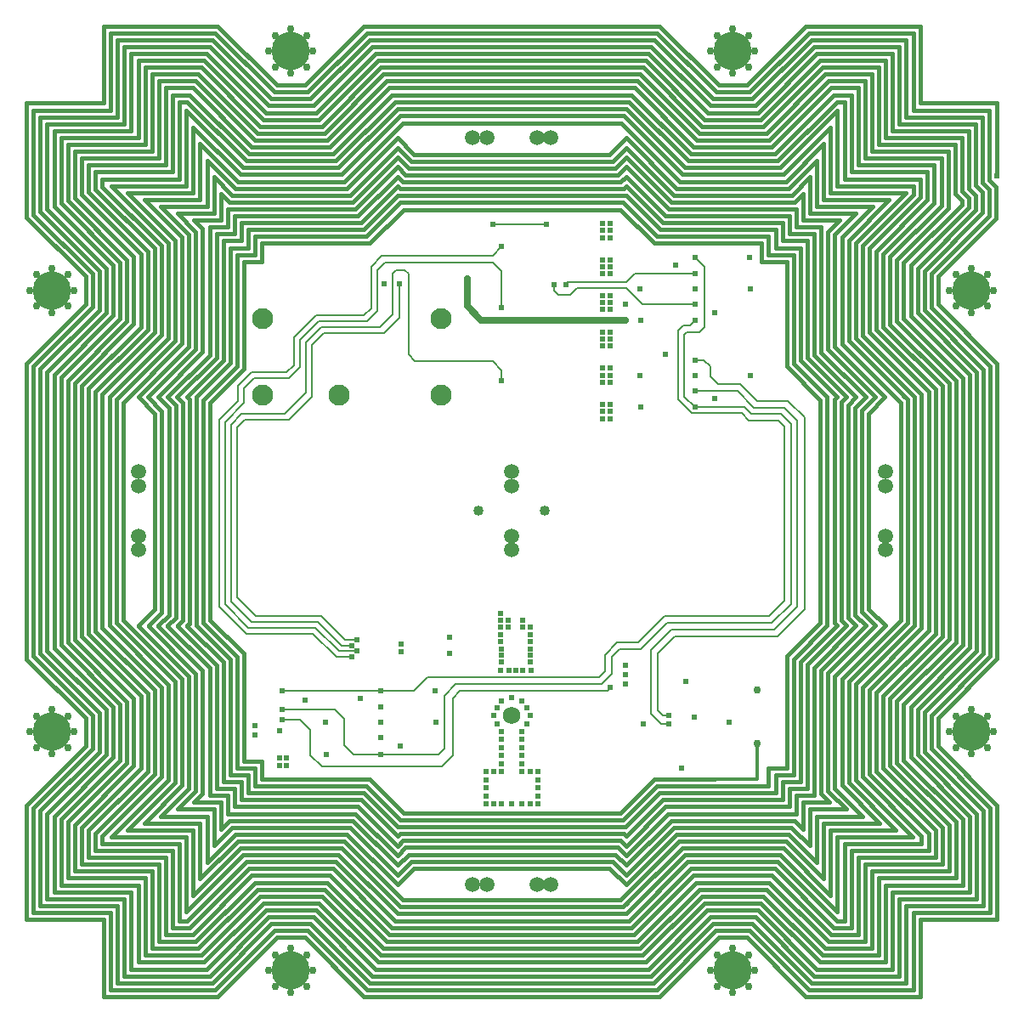
<source format=gbr>
%TF.GenerationSoftware,KiCad,Pcbnew,9.0.1*%
%TF.CreationDate,2025-06-25T17:25:53-04:00*%
%TF.ProjectId,-Z,2d5a2e6b-6963-4616-945f-706362585858,rev?*%
%TF.SameCoordinates,Original*%
%TF.FileFunction,Copper,L4,Inr*%
%TF.FilePolarity,Positive*%
%FSLAX46Y46*%
G04 Gerber Fmt 4.6, Leading zero omitted, Abs format (unit mm)*
G04 Created by KiCad (PCBNEW 9.0.1) date 2025-06-25 17:25:53*
%MOMM*%
%LPD*%
G01*
G04 APERTURE LIST*
%TA.AperFunction,ComponentPad*%
%ADD10C,0.762000*%
%TD*%
%TA.AperFunction,ComponentPad*%
%ADD11C,3.800000*%
%TD*%
%TA.AperFunction,ComponentPad*%
%ADD12C,1.500000*%
%TD*%
%TA.AperFunction,ComponentPad*%
%ADD13C,1.727200*%
%TD*%
%TA.AperFunction,ComponentPad*%
%ADD14C,2.100000*%
%TD*%
%TA.AperFunction,ViaPad*%
%ADD15C,0.609600*%
%TD*%
%TA.AperFunction,ViaPad*%
%ADD16C,1.016000*%
%TD*%
%TA.AperFunction,ViaPad*%
%ADD17C,0.762000*%
%TD*%
%TA.AperFunction,Conductor*%
%ADD18C,0.203200*%
%TD*%
%TA.AperFunction,Conductor*%
%ADD19C,0.635000*%
%TD*%
%TA.AperFunction,Conductor*%
%ADD20C,0.411480*%
%TD*%
%TA.AperFunction,Conductor*%
%ADD21C,0.368300*%
%TD*%
G04 APERTURE END LIST*
D10*
%TO.N,GND*%
%TO.C,H2*%
X144200001Y-145800000D03*
X143555751Y-147355750D03*
X143555751Y-144244250D03*
X142000001Y-148000000D03*
D11*
X142000001Y-145800000D03*
D10*
X142000001Y-143600000D03*
X140444251Y-147355750D03*
X140444251Y-144244250D03*
X139800001Y-145800000D03*
%TD*%
D12*
%TO.N,/Burn Wires/VBURN3*%
%TO.C,JP5*%
X164000001Y-96100000D03*
X164000001Y-97499999D03*
%TO.N,Net-(JP5-B)*%
X164000001Y-102499999D03*
X164000001Y-103899998D03*
%TD*%
D10*
%TO.N,GND*%
%TO.C,H8*%
X212000000Y-121999999D03*
X211355750Y-123555749D03*
X211355750Y-120444249D03*
X209800000Y-124199999D03*
D11*
X209800000Y-121999999D03*
D10*
X209800000Y-119799999D03*
X208244250Y-123555749D03*
X208244250Y-120444249D03*
X207600000Y-121999999D03*
%TD*%
%TO.N,GND*%
%TO.C,H5*%
X144200001Y-54200000D03*
X143555751Y-55755750D03*
X143555751Y-52644250D03*
X142000001Y-56400000D03*
D11*
X142000001Y-54200000D03*
D10*
X142000001Y-52000000D03*
X140444251Y-55755750D03*
X140444251Y-52644250D03*
X139800001Y-54200000D03*
%TD*%
%TO.N,GND*%
%TO.C,H7*%
X212000000Y-78000000D03*
X211355750Y-79555750D03*
X211355750Y-76444250D03*
X209800000Y-80200000D03*
D11*
X209800000Y-78000000D03*
D10*
X209800000Y-75800000D03*
X208244250Y-79555750D03*
X208244250Y-76444250D03*
X207600000Y-78000000D03*
%TD*%
D13*
%TO.N,/Interfaces/GPS*%
%TO.C,AE3*%
X164000000Y-120400000D03*
%TD*%
D12*
%TO.N,/Burn Wires/VBURN1*%
%TO.C,JP1*%
X167900000Y-62789000D03*
X166500001Y-62789000D03*
%TO.N,Net-(JP1-B)*%
X161500001Y-62789000D03*
X160100002Y-62789000D03*
%TD*%
D10*
%TO.N,GND*%
%TO.C,H4*%
X120400001Y-78000000D03*
X119755751Y-79555750D03*
X119755751Y-76444250D03*
X118200001Y-80200000D03*
D11*
X118200001Y-78000000D03*
D10*
X118200001Y-75800000D03*
X116644251Y-79555750D03*
X116644251Y-76444250D03*
X116000001Y-78000000D03*
%TD*%
%TO.N,GND*%
%TO.C,H3*%
X120400001Y-121999999D03*
X119755751Y-123555749D03*
X119755751Y-120444249D03*
X118200001Y-124199999D03*
D11*
X118200001Y-121999999D03*
D10*
X118200001Y-119799999D03*
X116644251Y-123555749D03*
X116644251Y-120444249D03*
X116000001Y-121999999D03*
%TD*%
D12*
%TO.N,Net-(JP3-B)*%
%TO.C,JP4*%
X126789000Y-103899999D03*
X126789000Y-102500000D03*
%TO.N,Net-(JP4-B)*%
X126789000Y-97500000D03*
X126789000Y-96100001D03*
%TD*%
D10*
%TO.N,GND*%
%TO.C,H1*%
X188200000Y-145800000D03*
X187555750Y-147355750D03*
X187555750Y-144244250D03*
X186000000Y-148000000D03*
D11*
X186000000Y-145800000D03*
D10*
X186000000Y-143600000D03*
X184444250Y-147355750D03*
X184444250Y-144244250D03*
X183800000Y-145800000D03*
%TD*%
%TO.N,GND*%
%TO.C,H6*%
X188200000Y-54200000D03*
X187555750Y-55755750D03*
X187555750Y-52644250D03*
X186000000Y-56400000D03*
D11*
X186000000Y-54200000D03*
D10*
X186000000Y-52000000D03*
X184444250Y-55755750D03*
X184444250Y-52644250D03*
X183800000Y-54200000D03*
%TD*%
D14*
%TO.N,/Burn Wires/VBURN_A_IN*%
%TO.C,U2*%
X146793600Y-88417600D03*
%TO.N,GND*%
X139173600Y-80797600D03*
%TO.N,VBATT*%
X139173600Y-88417600D03*
X156953600Y-88417600D03*
%TO.N,Net-(D1-A)*%
X156953600Y-80797600D03*
%TD*%
D12*
%TO.N,/Burn Wires/VBURN2*%
%TO.C,JP3*%
X201211001Y-97500000D03*
X201211001Y-96100001D03*
%TO.N,Net-(JP3-B)*%
X201211001Y-103899999D03*
X201211001Y-102500000D03*
%TD*%
%TO.N,Net-(JP1-B)*%
%TO.C,JP2*%
X161500001Y-137211000D03*
X160100002Y-137211000D03*
%TO.N,Net-(JP2-B)*%
X167900000Y-137211000D03*
X166500001Y-137211000D03*
%TD*%
D15*
%TO.N,GND*%
X161400000Y-128372600D03*
X165100000Y-110900000D03*
X162900000Y-113000000D03*
X163600000Y-111600000D03*
X162200000Y-125972600D03*
X162200000Y-129172600D03*
X165100000Y-115900000D03*
X165000001Y-125972600D03*
X185670201Y-121018798D03*
X165800000Y-125972600D03*
X165500000Y-121200000D03*
X162500000Y-119600000D03*
X163000001Y-121968599D03*
X166600000Y-126772600D03*
X166600000Y-128372600D03*
X164400000Y-115900000D03*
X163000001Y-125171799D03*
X152888399Y-123395400D03*
X163000001Y-125972600D03*
X165000001Y-122769399D03*
X162900000Y-110900000D03*
X164000000Y-118600000D03*
X162925001Y-113756200D03*
X184243801Y-80213400D03*
X165100000Y-111600000D03*
X163000000Y-118900000D03*
X165000001Y-124370999D03*
X165000000Y-118900000D03*
X162900000Y-111600000D03*
X164000000Y-129172600D03*
X161400000Y-125972600D03*
X163600000Y-110900000D03*
X165875001Y-114391200D03*
X165875001Y-115026200D03*
X163000001Y-122769399D03*
X148920200Y-118719600D03*
X165800000Y-112300000D03*
X165800000Y-111600000D03*
X162925001Y-114391200D03*
X165000001Y-121968599D03*
X162200000Y-120400000D03*
X163000001Y-123570199D03*
X166600000Y-127572600D03*
X162925001Y-115026200D03*
X165000001Y-125171799D03*
X161400000Y-127572600D03*
X162900000Y-115900000D03*
X163000000Y-129172600D03*
X162500000Y-121200000D03*
X162900000Y-110200000D03*
X166600000Y-125972600D03*
X165500000Y-119600000D03*
X165000000Y-129172600D03*
X179265400Y-84379000D03*
X165800000Y-120400000D03*
X165000001Y-123570199D03*
X182165000Y-120497799D03*
X163000001Y-124370999D03*
X161400000Y-129172600D03*
X161400000Y-126772600D03*
X165875001Y-113756200D03*
X165900000Y-115900000D03*
X162900000Y-112300000D03*
X163703000Y-115900000D03*
X165800000Y-113000000D03*
X184228800Y-88820999D03*
X165800000Y-129172600D03*
X180281401Y-75514399D03*
X166600000Y-129172600D03*
D16*
%TO.N,Net-(AE1-Pad1)*%
X167300000Y-100000000D03*
%TO.N,Net-(AE2-Pad1)*%
X160700000Y-99999999D03*
D15*
%TO.N,BURN_RELAY_A*%
X148556800Y-112852399D03*
X152798600Y-77380800D03*
%TO.N,SDA*%
X182237201Y-89661200D03*
X182252200Y-74699600D03*
X141114601Y-119796799D03*
X150917600Y-124230600D03*
%TO.N,SCL*%
X150917599Y-117907000D03*
X182252201Y-81023200D03*
X141114601Y-117896800D03*
%TO.N,/Burn Wires/VBURN1*%
X173042401Y-74955600D03*
X173779001Y-74955600D03*
X173779000Y-76378000D03*
X173779001Y-75666799D03*
X173042400Y-76378000D03*
X173042401Y-75666799D03*
%TO.N,/Burn Wires/VBURN2*%
X173042400Y-83566200D03*
X173779001Y-82143800D03*
X173779000Y-83566200D03*
X173042401Y-82143800D03*
X173779001Y-82854999D03*
X173042401Y-82854999D03*
%TO.N,/Burn Wires/VBURN3*%
X173042400Y-90805200D03*
X173042401Y-89382800D03*
X173779000Y-89382799D03*
X173779001Y-90093999D03*
X173779000Y-90805200D03*
X173042401Y-90093999D03*
%TO.N,SCL_M*%
X182237200Y-84987599D03*
X179625001Y-120370803D03*
%TO.N,SDA_M*%
X182237200Y-88011199D03*
X179625001Y-121209000D03*
%TO.N,SCL_IO*%
X150926600Y-119565999D03*
X152925600Y-113258796D03*
%TO.N,BURN_EN1*%
X162984001Y-73660200D03*
X148048800Y-114554200D03*
%TO.N,BURN_EN2*%
X162984001Y-79743000D03*
X148559567Y-113977544D03*
%TO.N,SDA_IO*%
X152925600Y-114020800D03*
X150917599Y-122580599D03*
%TO.N,BURN_EN3*%
X148044222Y-113416236D03*
X162984001Y-86982000D03*
%TO.N,/Light Sensor/LS_3V3*%
X182262601Y-77861400D03*
X187687802Y-74699600D03*
X187750800Y-77861400D03*
X176753600Y-77861399D03*
X159529601Y-76885999D03*
X176816600Y-81023200D03*
X175353801Y-80985701D03*
%TO.N,COIL_DRIVER_EN*%
X141114601Y-120751799D03*
X173812200Y-117589800D03*
%TO.N,/GPIO Expander/GE_3V3*%
X145418999Y-121068800D03*
X157802401Y-114173301D03*
X156416200Y-121068800D03*
X156353200Y-117907000D03*
X150907199Y-121068799D03*
X145482000Y-124230600D03*
%TO.N,/Burn Wires/VBURN_A_IN*%
X151300001Y-77355399D03*
X173779001Y-71348799D03*
X173779000Y-78511599D03*
X173779000Y-87173000D03*
X173779000Y-72771199D03*
X173779001Y-79222800D03*
X173779000Y-79934000D03*
X173042401Y-71348799D03*
X173779001Y-86461800D03*
X173042401Y-86461800D03*
X173042400Y-72060000D03*
X173042401Y-87172999D03*
X173042401Y-79933999D03*
X173779000Y-72060000D03*
X173042400Y-78511599D03*
X173042401Y-72771200D03*
X173779000Y-85750600D03*
X173042400Y-85750600D03*
X173042401Y-79222800D03*
%TO.N,3V3_P*%
X175353801Y-79410698D03*
X138398801Y-122359991D03*
X180945800Y-125590000D03*
X138398801Y-121359989D03*
X177085200Y-121234401D03*
X181340000Y-116992600D03*
X176738601Y-86499399D03*
X140873001Y-121869400D03*
X157802401Y-112598298D03*
X187735801Y-86499399D03*
X143389601Y-118846800D03*
X176801600Y-89661200D03*
X182247600Y-86499399D03*
%TO.N,VBATT_M*%
X175308401Y-116306800D03*
X175308400Y-115375902D03*
X140835201Y-124612600D03*
X175308401Y-117246600D03*
X141546400Y-125323799D03*
X141546400Y-124612600D03*
X140835201Y-125323799D03*
%TO.N,/Light Sensor/I2C Protection/DEVICE*%
X182252201Y-76349600D03*
X169384801Y-77419400D03*
%TO.N,/Light Sensor/I2C Protection1/DEVICE*%
X182252201Y-79373200D03*
X168191001Y-77419400D03*
%TO.N,/Light Sensor/ADDR*%
X162118879Y-71401124D03*
X167454400Y-71399599D03*
D17*
%TO.N,/Coil Driver/coil*%
X188438800Y-123164801D03*
X188438801Y-117830802D03*
D15*
X212285401Y-66599000D03*
%TD*%
D18*
%TO.N,BURN_RELAY_A*%
X145280201Y-82270799D02*
X144061000Y-83490000D01*
X144061000Y-83490000D02*
X144061000Y-88595400D01*
X136593401Y-108585199D02*
X138473001Y-110464800D01*
X137363872Y-90906800D02*
X136593401Y-91677271D01*
X144975401Y-110464800D02*
X147363001Y-112852399D01*
X147363001Y-112852399D02*
X148556800Y-112852399D01*
X144061000Y-88595400D02*
X141749600Y-90906800D01*
X136593401Y-91677271D02*
X136593401Y-108585199D01*
X141749600Y-90906800D02*
X137363872Y-90906800D01*
X152798600Y-80746799D02*
X151274600Y-82270800D01*
X151274600Y-82270800D02*
X145280201Y-82270799D01*
X138473001Y-110464800D02*
X144975401Y-110464800D01*
X152798600Y-77380800D02*
X152798600Y-80746799D01*
%TO.N,SDA*%
X150881200Y-124231600D02*
X150908600Y-124259000D01*
X176852401Y-113792199D02*
X179494001Y-111150600D01*
X189908001Y-111150600D02*
X191787601Y-109271000D01*
X158412200Y-117221000D02*
X172923200Y-117221000D01*
X187850601Y-90348000D02*
X187163800Y-89661200D01*
X150917600Y-124230600D02*
X156711200Y-124230600D01*
X147261401Y-123291800D02*
X148201200Y-124231599D01*
X190822401Y-90348000D02*
X187850601Y-90348000D01*
X147261401Y-120700999D02*
X147261401Y-123291800D01*
X146357200Y-119796798D02*
X147261401Y-120700999D01*
X181195801Y-88619800D02*
X182237201Y-89661200D01*
X172923200Y-117221000D02*
X173939200Y-116205000D01*
X183202400Y-75649800D02*
X183202401Y-81661199D01*
X191787601Y-109271000D02*
X191787601Y-91313200D01*
X181399001Y-82194599D02*
X181195800Y-82397800D01*
X179494001Y-111150600D02*
X189908001Y-111150600D01*
X141114601Y-119796799D02*
X146357200Y-119796798D01*
X181195800Y-82397800D02*
X181195801Y-88619800D01*
X148201200Y-124231599D02*
X150881200Y-124231600D01*
X191787601Y-91313200D02*
X190822401Y-90348000D01*
X187163800Y-89661200D02*
X182237201Y-89661200D01*
X182669001Y-82194600D02*
X181399001Y-82194599D01*
X183202401Y-81661199D02*
X182669001Y-82194600D01*
X182252200Y-74699600D02*
X183202400Y-75649800D01*
X156711200Y-124230600D02*
X157243600Y-123698200D01*
X157243600Y-123698200D02*
X157243600Y-118389600D01*
X157243600Y-118389600D02*
X158412200Y-117221000D01*
X173939200Y-114562899D02*
X174709900Y-113792199D01*
X173939200Y-116205000D02*
X173939200Y-114562899D01*
X174709900Y-113792199D02*
X176852401Y-113792199D01*
%TO.N,SCL*%
X173253400Y-114317800D02*
X174464800Y-113106400D01*
X150917599Y-117907000D02*
X154246401Y-117907000D01*
X181094201Y-81534200D02*
X181741201Y-81534200D01*
X191152600Y-108966200D02*
X191152600Y-91592599D01*
X182252201Y-81023200D02*
X182273000Y-81043999D01*
X181932400Y-90246399D02*
X180586201Y-88900199D01*
X154246401Y-117907000D02*
X155618201Y-116535200D01*
X179189201Y-110464800D02*
X189654001Y-110464800D01*
X187596601Y-90957599D02*
X186885400Y-90246399D01*
X181741201Y-81534200D02*
X182252201Y-81023200D01*
X180586201Y-88900199D02*
X180586201Y-82042200D01*
X172669200Y-116535200D02*
X173253400Y-115951000D01*
X173253400Y-115951000D02*
X173253400Y-114317800D01*
X174464800Y-113106400D02*
X176547600Y-113106400D01*
X155618201Y-116535200D02*
X172669200Y-116535200D01*
X176547600Y-113106400D02*
X179189201Y-110464800D01*
X191152600Y-91592599D02*
X190517601Y-90957599D01*
X180586201Y-82042200D02*
X181094201Y-81534200D01*
X190517601Y-90957599D02*
X187596601Y-90957599D01*
X189654001Y-110464800D02*
X191152600Y-108966200D01*
X141114601Y-117896800D02*
X150870001Y-117896800D01*
X186885400Y-90246399D02*
X181932400Y-90246399D01*
%TO.N,SCL_M*%
X193159200Y-90678199D02*
X193159200Y-109779000D01*
X178554201Y-119900899D02*
X179024103Y-120370802D01*
X183761201Y-86563400D02*
X184548601Y-87350800D01*
X190466801Y-112471400D02*
X180256001Y-112471400D01*
X193159200Y-109779000D02*
X190466801Y-112471400D01*
X179024103Y-120370802D02*
X179625001Y-120370803D01*
X184548601Y-87350800D02*
X186758401Y-87350799D01*
X182237200Y-84987599D02*
X183150601Y-84987599D01*
X180256001Y-112471400D02*
X178554201Y-114173200D01*
X183761201Y-85598199D02*
X183761201Y-86563400D01*
X186758401Y-87350799D02*
X188434801Y-89027199D01*
X178554201Y-114173200D02*
X178554201Y-119900899D01*
X191508201Y-89027199D02*
X193159200Y-90678199D01*
X188434801Y-89027199D02*
X191508201Y-89027199D01*
X183150601Y-84987599D02*
X183761201Y-85598199D01*
%TO.N,SDA_M*%
X192448000Y-109525000D02*
X190162000Y-111810999D01*
X190162000Y-111810999D02*
X179875001Y-111810999D01*
X188130000Y-89687600D02*
X191152600Y-89687600D01*
X186453600Y-88011199D02*
X188130000Y-89687600D01*
X177843001Y-113842999D02*
X177843001Y-120192999D01*
X179875001Y-111810999D02*
X177843001Y-113842999D01*
X182237200Y-88011199D02*
X186453600Y-88011199D01*
X192448000Y-90982999D02*
X192448000Y-109525000D01*
X177843001Y-120192999D02*
X178859002Y-121209000D01*
X191152600Y-89687600D02*
X192448000Y-90982999D01*
X178859002Y-121209000D02*
X179625001Y-121209000D01*
%TO.N,BURN_EN1*%
X149268000Y-80518200D02*
X144467401Y-80518200D01*
X144467401Y-80518200D02*
X142308400Y-82677200D01*
X141571800Y-86182399D02*
X138092001Y-86182399D01*
X136745801Y-89001799D02*
X134840801Y-90906800D01*
X162069600Y-74574600D02*
X151046000Y-74574599D01*
X151046000Y-74574599D02*
X149979200Y-75641399D01*
X134840801Y-90906800D02*
X134840800Y-109525000D01*
X134840800Y-109525000D02*
X137533200Y-112217400D01*
X144162601Y-112217400D02*
X146499400Y-114554200D01*
X146499400Y-114554200D02*
X148048800Y-114554200D01*
X149979200Y-75641399D02*
X149979200Y-79806999D01*
X136745800Y-87528600D02*
X136745801Y-89001799D01*
X142308400Y-82677200D02*
X142308400Y-85445799D01*
X142308400Y-85445799D02*
X141571800Y-86182399D01*
X149979200Y-79806999D02*
X149268000Y-80518200D01*
X137533200Y-112217400D02*
X144162601Y-112217400D01*
X138092001Y-86182399D02*
X136745800Y-87528600D01*
X162984001Y-73660200D02*
X162069600Y-74574600D01*
%TO.N,BURN_EN2*%
X142892601Y-82956599D02*
X144746800Y-81102400D01*
X151350801Y-75235000D02*
X162095001Y-75235000D01*
X141800401Y-86766600D02*
X142892601Y-85674400D01*
X138307900Y-86766600D02*
X141800401Y-86766600D01*
X144416600Y-111633200D02*
X137761801Y-111633200D01*
X149547400Y-81102400D02*
X150563401Y-80086400D01*
X150563401Y-76022400D02*
X151350801Y-75235000D01*
X135425001Y-109296400D02*
X135425000Y-91135399D01*
X137330000Y-87744499D02*
X138307900Y-86766600D01*
X142892601Y-85674400D02*
X142892601Y-82956599D01*
X148559567Y-113977544D02*
X146760946Y-113977545D01*
X162095001Y-75235000D02*
X162984001Y-76123999D01*
X144746800Y-81102400D02*
X149547400Y-81102400D01*
X135425000Y-91135399D02*
X137330000Y-89230399D01*
X162984001Y-76123999D02*
X162984001Y-79743000D01*
X137761801Y-111633200D02*
X135425001Y-109296400D01*
X146760946Y-113977545D02*
X144416600Y-111633200D01*
X150563401Y-80086400D02*
X150563401Y-76022400D01*
X137330000Y-89230399D02*
X137330000Y-87744499D01*
%TO.N,BURN_EN3*%
X136009201Y-108991599D02*
X136009201Y-91389399D01*
X144696000Y-111049000D02*
X138066601Y-111048999D01*
X138066601Y-111048999D02*
X136009201Y-108991599D01*
X153687600Y-84404400D02*
X154348001Y-85064800D01*
X152087400Y-76352600D02*
X152468401Y-75971599D01*
X143476800Y-88214400D02*
X143476800Y-83210600D01*
X152087400Y-80416600D02*
X152087400Y-76352600D01*
X143476800Y-83210600D02*
X145000801Y-81686599D01*
X150817400Y-81686599D02*
X152087400Y-80416600D01*
X148044222Y-113416236D02*
X147063236Y-113416236D01*
X162095000Y-85064800D02*
X162984001Y-85953800D01*
X153332001Y-75971600D02*
X153687600Y-76327200D01*
X152468401Y-75971599D02*
X153332001Y-75971600D01*
X162984001Y-85953800D02*
X162984001Y-86982000D01*
X145000801Y-81686599D02*
X150817400Y-81686599D01*
X154348001Y-85064800D02*
X162095000Y-85064800D01*
X141368600Y-90322600D02*
X143476800Y-88214400D01*
X147063236Y-113416236D02*
X144696000Y-111049000D01*
X136009201Y-91389399D02*
X137076001Y-90322599D01*
X153687600Y-76327200D02*
X153687600Y-84404400D01*
X137076001Y-90322599D02*
X141368600Y-90322600D01*
D19*
%TO.N,/Light Sensor/LS_3V3*%
X159529601Y-79552999D02*
X160962302Y-80985700D01*
X159529601Y-76885999D02*
X159529601Y-79552999D01*
X160962302Y-80985700D02*
X175353801Y-80985701D01*
D18*
%TO.N,COIL_DRIVER_EN*%
X173812200Y-117589800D02*
X173812200Y-117615200D01*
X145051601Y-125425399D02*
X143934001Y-124307799D01*
X173807998Y-117619402D02*
X173800000Y-117619402D01*
X158107201Y-118643600D02*
X158107201Y-124307799D01*
X142918001Y-120751800D02*
X141114601Y-120751799D01*
X158844001Y-117906800D02*
X158107201Y-118643600D01*
X173800000Y-117619402D02*
X173512602Y-117906800D01*
X143934001Y-121767800D02*
X142918001Y-120751800D01*
X143934001Y-124307799D02*
X143934001Y-121767800D01*
X156989600Y-125425400D02*
X145051601Y-125425399D01*
X173812200Y-117615200D02*
X173807998Y-117619402D01*
X173512602Y-117906800D02*
X158844001Y-117906800D01*
X158107201Y-124307799D02*
X156989600Y-125425400D01*
%TO.N,/Light Sensor/I2C Protection/DEVICE*%
X176271201Y-76349599D02*
X182252201Y-76349600D01*
X175404601Y-77216200D02*
X176271201Y-76349599D01*
X169588001Y-77216200D02*
X175404601Y-77216200D01*
X169384801Y-77419400D02*
X169588001Y-77216200D01*
%TO.N,/Light Sensor/I2C Protection1/DEVICE*%
X175404601Y-77800400D02*
X176977400Y-79373200D01*
X176977400Y-79373200D02*
X182252201Y-79373200D01*
X169805487Y-78460800D02*
X170465887Y-77800399D01*
X168191001Y-78029000D02*
X168622800Y-78460800D01*
X170465887Y-77800399D02*
X175404601Y-77800400D01*
X168191001Y-77419400D02*
X168191001Y-78029000D01*
X168622800Y-78460800D02*
X169805487Y-78460800D01*
%TO.N,/Light Sensor/ADDR*%
X162121684Y-71399599D02*
X167454400Y-71399599D01*
X162120159Y-71401124D02*
X162121684Y-71399599D01*
X162118879Y-71401124D02*
X162120159Y-71401124D01*
D20*
%TO.N,/Coil Driver/coil*%
X199944462Y-69646998D02*
X196871062Y-72720398D01*
X201925661Y-137947600D02*
X209621861Y-137947599D01*
X152878260Y-60604600D02*
X147010861Y-66472000D01*
X174290461Y-65836998D02*
X175382661Y-64744800D01*
X179014861Y-128778200D02*
X175382661Y-132410399D01*
X131643861Y-111455400D02*
X131643862Y-111430000D01*
X130196062Y-58521800D02*
X130196062Y-66218000D01*
X134564861Y-127660600D02*
X134564862Y-115341600D01*
X210307662Y-86156999D02*
X204414862Y-80264200D01*
X201595461Y-68961198D02*
X197556862Y-72999800D01*
X176195461Y-142214800D02*
X182088262Y-136322000D01*
X136139661Y-68529399D02*
X147849062Y-68529399D01*
X134564862Y-72390199D02*
X136368262Y-72390200D01*
X175408061Y-67640400D02*
X179040261Y-71272600D01*
X153970461Y-134899599D02*
X152598861Y-136271200D01*
X132329664Y-71018598D02*
X134996662Y-71018599D01*
X194813663Y-71704399D02*
X194813661Y-84175800D01*
X194381862Y-69646999D02*
X199944462Y-69646998D01*
X135682462Y-128346399D02*
X133879061Y-128346399D01*
X199868261Y-135890200D02*
X207564461Y-135890199D01*
X153157661Y-138760400D02*
X147290261Y-132893000D01*
X117013461Y-139319200D02*
X124709662Y-139319199D01*
X203729062Y-75514398D02*
X209520261Y-69723200D01*
X200985863Y-81661199D02*
X200985862Y-74396799D01*
X192324461Y-130149798D02*
X179573662Y-130149798D01*
X208250261Y-130988000D02*
X202357462Y-125095199D01*
X128722861Y-88646200D02*
X128722862Y-88620800D01*
X210993461Y-114173199D02*
X210993462Y-85877600D01*
X135682462Y-69901000D02*
X148407861Y-69901000D01*
X194813662Y-115874999D02*
X194813663Y-128168598D01*
X196185262Y-83616999D02*
X201163661Y-88595400D01*
X145893261Y-63728800D02*
X138095462Y-63728800D01*
X150668461Y-144957999D02*
X154195601Y-144957999D01*
X116327661Y-60045799D02*
X116327661Y-70459799D01*
X153411661Y-66522800D02*
X174569862Y-66522800D01*
X137054061Y-126974800D02*
X135250662Y-126974800D01*
X203932261Y-132461200D02*
X198242661Y-126771600D01*
X183764662Y-140436800D02*
X188235062Y-140436800D01*
X152624262Y-68580200D02*
X175382662Y-68580200D01*
X175941461Y-58521800D02*
X152065462Y-58521800D01*
X134996661Y-129032200D02*
X132329662Y-129032200D01*
X145055062Y-61671400D02*
X138933661Y-61671400D01*
X129764261Y-126771600D02*
X124074662Y-132461199D01*
X205786461Y-76352600D02*
X211577662Y-70561399D01*
X194127862Y-84455200D02*
X198293462Y-88620800D01*
X182393062Y-63042999D02*
X176500262Y-57150200D01*
X174823861Y-138760399D02*
X153157661Y-138760400D01*
X137739863Y-128092399D02*
X137739862Y-126288999D01*
X137536662Y-65100399D02*
X131643862Y-59207599D01*
X132482062Y-142900599D02*
X138374861Y-137007799D01*
X130678661Y-111430000D02*
X131186661Y-110921999D01*
X120442462Y-68783400D02*
X126335263Y-74676198D01*
X119756662Y-130987999D02*
X119756662Y-136575999D01*
X175382662Y-133375599D02*
X174849262Y-132842200D01*
X205100662Y-120065999D02*
X210993461Y-114173199D01*
X195753462Y-68275399D02*
X195753463Y-61747599D01*
X136622262Y-74447599D02*
X138425662Y-74447600D01*
X189581262Y-74447599D02*
X192070461Y-74447599D01*
X149804862Y-73330000D02*
X153183062Y-69951800D01*
X148128463Y-130835599D02*
X135860261Y-130835600D01*
X134996661Y-131699199D02*
X134996661Y-129032200D01*
X175382661Y-64744800D02*
X175408062Y-64744800D01*
X201239861Y-137261800D02*
X208936062Y-137261799D01*
X135936462Y-73761800D02*
X137739861Y-73761800D01*
X119070863Y-62788998D02*
X119070862Y-69342199D01*
X116327661Y-140004999D02*
X124023862Y-140004999D01*
X184602861Y-142494200D02*
X187396862Y-142494200D01*
X198242661Y-126771600D02*
X198242662Y-117272000D01*
X133879061Y-53721199D02*
X125395463Y-53721199D01*
X204821262Y-111430000D02*
X204821262Y-111429999D01*
X133879061Y-84429800D02*
X133879062Y-71704400D01*
X134718926Y-51665464D02*
X123340064Y-51665464D01*
X123185662Y-111683999D02*
X129078462Y-117576800D01*
X197556862Y-83058200D02*
X202901832Y-88403168D01*
X198928463Y-82499398D02*
X198928461Y-73558600D01*
X202357461Y-74955600D02*
X207462861Y-69850200D01*
X124709661Y-147015399D02*
X134158462Y-147015398D01*
X206472261Y-120624800D02*
X212359997Y-114737062D01*
X123592061Y-124256999D02*
X117699261Y-130149798D01*
X198928461Y-117551400D02*
X204821262Y-111658599D01*
X122220462Y-79679999D02*
X116327662Y-85572799D01*
X126792461Y-88646200D02*
X126792462Y-88620800D01*
X147290261Y-132893000D02*
X136698462Y-132892998D01*
X195067662Y-68961199D02*
X201595461Y-68961198D01*
X122906262Y-76073199D02*
X122906262Y-79959400D01*
X197556861Y-127050998D02*
X202281261Y-131775399D01*
X131872462Y-111201400D02*
X131872462Y-88874799D01*
X138425662Y-127406600D02*
X138425662Y-125603199D01*
X182672461Y-62357198D02*
X176779662Y-56464399D01*
X126767061Y-137261800D02*
X126767061Y-144957999D01*
X138425662Y-74447600D02*
X138425661Y-72644199D01*
X140610062Y-57556598D02*
X134718926Y-51665464D01*
X132507461Y-116179800D02*
X127783061Y-111455400D01*
X206091262Y-69291399D02*
X206091261Y-65532199D01*
X202709600Y-110874661D02*
X196871063Y-116713199D01*
X145334461Y-62357198D02*
X138654262Y-62357198D01*
X179294262Y-129463999D02*
X175382662Y-133375599D01*
X206777062Y-69570800D02*
X206777062Y-64846399D01*
X150109661Y-146329600D02*
X177871862Y-146329600D01*
X197810861Y-141529000D02*
X197810861Y-133832800D01*
X180157861Y-68529400D02*
X191892662Y-68529399D01*
X173731662Y-64465399D02*
X175382662Y-62814399D01*
X199258661Y-88620800D02*
X198166462Y-89712999D01*
X132761463Y-56464399D02*
X128138662Y-56464400D01*
X208250261Y-86995200D02*
X202357461Y-81102400D01*
X196871063Y-127330399D02*
X200630262Y-131089599D01*
X126792462Y-88620800D02*
X131821661Y-83591599D01*
X178481461Y-72644199D02*
X189581261Y-72644200D01*
X205100661Y-79984800D02*
X205100661Y-76073200D01*
X131135862Y-83312199D02*
X131135862Y-72720400D01*
X208936061Y-130708599D02*
X203043262Y-124815800D01*
X175128662Y-67894400D02*
X175382662Y-67640400D01*
X153281201Y-55778599D02*
X150947862Y-55778600D01*
X129713461Y-111455400D02*
X129713462Y-111430000D01*
X126081262Y-145643800D02*
X133599661Y-145643800D01*
X174798462Y-130099000D02*
X153183062Y-130099000D01*
X129078462Y-117576800D02*
X129078462Y-126492200D01*
X196363061Y-140843199D02*
X197125062Y-140843199D01*
X126767062Y-62763598D02*
X126741662Y-62788998D01*
X152598861Y-133375599D02*
X148687261Y-129463999D01*
X139771863Y-59613999D02*
X133879061Y-53721199D01*
X153103401Y-56464398D02*
X151227261Y-56464400D01*
X200985862Y-74396799D02*
X206091262Y-69291399D01*
X210307663Y-138633399D02*
X210307663Y-130149799D01*
X205507061Y-132105600D02*
X199614261Y-126212799D01*
X117699262Y-113919200D02*
X123592062Y-119811999D01*
X195499462Y-116154400D02*
X195499462Y-127889199D01*
X128722862Y-88620800D02*
X133193262Y-84150400D01*
X130196062Y-66218000D02*
X122499861Y-66217999D01*
X133244062Y-88925598D02*
X136622263Y-85547398D01*
X175382662Y-140132000D02*
X181250062Y-134264600D01*
X135860263Y-69215198D02*
X148128463Y-69215199D01*
X125649461Y-118973799D02*
X125649462Y-125095199D01*
X124277863Y-119532599D02*
X124277862Y-124536399D01*
X197328261Y-129717999D02*
X193696061Y-129718000D01*
X140610062Y-142494200D02*
X143378662Y-142494200D01*
X137739862Y-71958400D02*
X149246062Y-71958400D01*
X196871062Y-83337600D02*
X202709600Y-89176138D01*
X152874800Y-57150200D02*
X151506662Y-57150200D01*
X131923261Y-141529000D02*
X137816062Y-135636199D01*
X120442461Y-64160599D02*
X120442462Y-68783400D01*
X199614261Y-126212799D02*
X199614261Y-117830800D01*
X193442062Y-84734600D02*
X197328261Y-88620800D01*
X132202662Y-57835998D02*
X129510263Y-57835999D01*
X178735462Y-128092399D02*
X175357262Y-131470599D01*
X206878662Y-110871200D02*
X206878663Y-110871199D01*
X195499462Y-127889199D02*
X197328261Y-129717999D01*
X151506661Y-142900599D02*
X176474862Y-142900599D01*
X203395401Y-88896737D02*
X203395401Y-111154060D01*
X193696062Y-70332799D02*
X198293461Y-70332799D01*
X194737462Y-88925599D02*
X194737461Y-111125200D01*
X122220463Y-76352598D02*
X122220462Y-79679999D01*
X177338461Y-55092800D02*
X153611401Y-55092799D01*
X131186662Y-89179600D02*
X130653261Y-88646200D01*
X179319662Y-70586799D02*
X191638661Y-70586800D01*
X131872462Y-88874799D02*
X131618461Y-88620800D01*
X178456061Y-52349598D02*
X149550862Y-52349599D01*
X128138662Y-143586400D02*
X132761463Y-143586399D01*
X133929861Y-110845799D02*
X133929862Y-89205000D01*
X125254032Y-88228831D02*
X124862062Y-88620800D01*
X152878263Y-139446200D02*
X152343132Y-138911068D01*
X179040261Y-71272600D02*
X190952861Y-71272599D01*
X144216861Y-140436800D02*
X150109661Y-146329600D01*
X194813663Y-128168598D02*
X195677261Y-129032200D01*
X195804262Y-142214798D02*
X198496662Y-142214800D01*
X154249863Y-135585399D02*
X152598862Y-137236400D01*
X129078462Y-82473998D02*
X123185661Y-88366800D01*
X202901832Y-88403168D02*
X203119461Y-88620800D01*
X204659937Y-148385334D02*
X204659937Y-140685336D01*
X150109662Y-53721199D02*
X144216861Y-59613998D01*
X198242662Y-73279199D02*
X203246462Y-68275399D01*
X189632062Y-63042999D02*
X182393062Y-63042999D01*
X204414861Y-124256999D02*
X204414862Y-119786598D01*
X200985862Y-118389598D02*
X206878662Y-112496799D01*
X116327661Y-114478000D02*
X122220461Y-120370800D01*
X152598862Y-62814398D02*
X154249862Y-64465398D01*
X139492462Y-139750998D02*
X144496262Y-139750998D01*
X128392662Y-82194600D02*
X122499861Y-88087399D01*
X190190861Y-64414598D02*
X181834262Y-64414600D01*
X128748261Y-111430000D02*
X129815061Y-110363200D01*
X120442461Y-135890199D02*
X128138662Y-135890199D01*
X174849262Y-132842200D02*
X153132261Y-132842200D01*
X175382662Y-65710000D02*
X175408061Y-65710000D01*
X126767061Y-144957999D02*
X133320262Y-144958000D01*
X193696063Y-133350198D02*
X191867263Y-131521398D01*
X175609530Y-138939930D02*
X175382661Y-139166800D01*
X145613861Y-137007799D02*
X151506661Y-142900599D01*
X117013463Y-114198599D02*
X122906262Y-120091398D01*
X194127861Y-128346399D02*
X192324462Y-128346400D01*
X189352662Y-137693599D02*
X195245462Y-143586400D01*
X211577663Y-67970598D02*
X210891862Y-67284800D01*
X135250662Y-73076000D02*
X137054061Y-73076000D01*
X138933661Y-61671400D02*
X133040861Y-55778599D01*
X191638661Y-127660600D02*
X191638662Y-129463999D01*
X209520263Y-68808799D02*
X208834462Y-68122998D01*
X184348861Y-58242400D02*
X178456061Y-52349598D01*
X189581261Y-72644200D02*
X189581262Y-74447599D01*
X181250062Y-134264600D02*
X190749661Y-134264600D01*
X133879061Y-128346399D02*
X133879062Y-115620999D01*
X126081262Y-62103200D02*
X118385061Y-62103199D01*
X138654262Y-62357198D02*
X132761463Y-56464399D01*
X190267062Y-73761799D02*
X192756263Y-73761799D01*
X192756262Y-126974800D02*
X190952861Y-126974800D01*
X194127861Y-72390199D02*
X194127862Y-84455200D01*
X210993462Y-139319199D02*
X210993462Y-129870400D01*
X152065462Y-58521800D02*
X146172662Y-64414598D01*
X152598862Y-63779599D02*
X153970462Y-65151200D01*
X132253462Y-131775399D02*
X132253462Y-138303200D01*
X175571430Y-138012830D02*
X174823861Y-138760399D01*
X123340065Y-148385335D02*
X134718925Y-148385335D01*
X146172663Y-135636199D02*
X152065462Y-141529000D01*
X130196062Y-141529000D02*
X131923261Y-141529000D01*
X173731662Y-135585400D02*
X154249863Y-135585399D01*
X175379201Y-142214799D02*
X176195461Y-142214800D01*
X179878462Y-69215198D02*
X192172061Y-69215199D01*
X147010861Y-66472000D02*
X136977862Y-66472000D01*
X123340065Y-59365463D02*
X115640065Y-59365462D01*
X135682461Y-71704400D02*
X135682462Y-69901000D01*
X150389063Y-145643799D02*
X177592461Y-145643800D01*
X195753462Y-138303200D02*
X191029061Y-133578799D01*
X175382661Y-66675200D02*
X175408062Y-66675200D01*
X195524862Y-142900600D02*
X199182462Y-142900599D01*
X178456061Y-127406599D02*
X175077861Y-130784800D01*
X121814062Y-134518598D02*
X129510263Y-134518598D01*
X132253462Y-61747598D02*
X132253462Y-68275400D01*
X129688061Y-88620800D02*
X133879061Y-84429800D01*
X175103263Y-69265999D02*
X178481461Y-72644199D01*
X204821262Y-132384999D02*
X198928463Y-126492198D01*
X197125061Y-59207599D02*
X196363062Y-59207600D01*
X212359998Y-129319234D02*
X206472262Y-123431498D01*
X196109061Y-88874799D02*
X196109062Y-111176000D01*
X212359997Y-140685336D02*
X212359998Y-129319234D01*
X202611462Y-61417399D02*
X202611461Y-53721199D01*
X193442062Y-115316199D02*
X193442062Y-127660599D01*
X133320262Y-144958000D02*
X139213062Y-139065200D01*
X127376661Y-131089600D02*
X131135862Y-127330398D01*
X199538061Y-90271799D02*
X199538062Y-109779000D01*
X136622261Y-114503400D02*
X133244062Y-111125200D01*
X195423262Y-111404599D02*
X192070462Y-114757399D01*
X127757662Y-88646200D02*
X127757661Y-88620800D01*
X212285401Y-59365463D02*
X204699726Y-59365463D01*
X200300061Y-81940599D02*
X200300062Y-74117400D01*
X137739862Y-126288999D02*
X135936461Y-126288999D01*
X131643863Y-140843199D02*
X137536661Y-134950400D01*
X136698462Y-132892998D02*
X132939262Y-136652199D01*
X205100661Y-76073200D02*
X210891861Y-70281999D01*
X182926462Y-138379399D02*
X189073261Y-138379400D01*
X182088262Y-136322000D02*
X189911462Y-136322000D01*
X134996661Y-68351599D02*
X135860263Y-69215198D01*
X204659937Y-59325675D02*
X204659937Y-51665464D01*
X194381861Y-130403799D02*
X194381862Y-135001199D01*
X175382661Y-135306000D02*
X174290461Y-134213800D01*
X196083661Y-58521800D02*
X190190861Y-64414598D01*
X203043262Y-124815800D02*
X203043261Y-119227800D01*
X127706862Y-125933400D02*
X121814062Y-131826200D01*
X206472262Y-123431498D02*
X206472261Y-120624800D01*
X195245462Y-143586400D02*
X199868261Y-143586400D01*
X129510261Y-65532200D02*
X121814062Y-65532200D01*
X176754262Y-143586400D02*
X182647061Y-137693599D01*
X206192862Y-131826199D02*
X200300062Y-125933400D01*
X211577663Y-60045798D02*
X203983062Y-60045799D01*
X139111461Y-124917400D02*
X137308062Y-124917400D01*
X152624261Y-131470599D02*
X149246063Y-128092399D01*
X146731462Y-134264599D02*
X152598863Y-140132000D01*
X152598861Y-65710000D02*
X153411661Y-66522800D01*
X199868262Y-64160599D02*
X199868261Y-56464400D01*
X190190861Y-135636199D02*
X196083661Y-141529000D01*
X137257261Y-65786200D02*
X131567661Y-60096600D01*
X138425661Y-72644199D02*
X149525461Y-72644199D01*
X196794862Y-89154199D02*
X196794861Y-110896600D01*
X125395463Y-138633398D02*
X125395462Y-146329599D01*
X206192862Y-87833399D02*
X200300061Y-81940599D01*
X153183062Y-69951800D02*
X174823862Y-69951800D01*
X136368262Y-129464000D02*
X136368262Y-127660599D01*
X189073261Y-138379400D02*
X194966061Y-144272200D01*
X193442062Y-73076000D02*
X193442062Y-84734600D01*
X150947862Y-144272199D02*
X153941600Y-144272199D01*
X187955661Y-58928199D02*
X184069462Y-58928198D01*
X210891862Y-60731599D02*
X203297263Y-60731598D01*
X140051262Y-58928199D02*
X134158462Y-53035400D01*
X121814062Y-65532200D02*
X121814062Y-68224598D01*
X129027661Y-130403799D02*
X131821661Y-127609799D01*
X203246462Y-68275399D02*
X195753462Y-68275399D01*
X126054131Y-111656869D02*
X125265001Y-110867739D01*
X193010261Y-129032200D02*
X193010262Y-131699198D01*
X189606662Y-125603199D02*
X189581262Y-125628598D01*
X205405462Y-66217999D02*
X197810862Y-66217999D01*
X130196062Y-133832799D02*
X130196062Y-141529000D01*
X127376663Y-68961198D02*
X132939262Y-68961199D01*
X195499462Y-83896398D02*
X200223862Y-88620800D01*
X128392661Y-73838000D02*
X128392662Y-82194600D01*
X152903662Y-130784800D02*
X149525461Y-127406599D01*
X132253462Y-68275400D02*
X125725661Y-68275399D01*
X128748262Y-111455400D02*
X128748261Y-111430000D01*
X189911462Y-136322000D02*
X195804262Y-142214798D01*
X125649462Y-125095199D02*
X119756662Y-130987999D01*
X118385061Y-62103199D02*
X118385061Y-69621598D01*
X179853061Y-130835598D02*
X175382661Y-135306000D01*
X136139661Y-131521399D02*
X134310864Y-133350198D01*
X127757661Y-88620800D02*
X132507462Y-83870999D01*
X117699262Y-138633399D02*
X125395463Y-138633398D01*
X199614261Y-117830800D02*
X205507061Y-111937999D01*
X175128662Y-60604600D02*
X152878260Y-60604600D01*
X130500863Y-89458999D02*
X129688062Y-88646200D01*
X174011063Y-65151199D02*
X175382662Y-63779598D01*
X195245462Y-56464400D02*
X189352662Y-62357200D01*
X196642464Y-71018598D02*
X195499461Y-72161600D01*
X153611401Y-55092799D02*
X150668461Y-55092798D01*
X126817861Y-111430000D02*
X128443462Y-109804399D01*
X192070461Y-126288999D02*
X190267062Y-126289000D01*
X131923261Y-58521800D02*
X130196062Y-58521800D01*
X204719662Y-66903799D02*
X197125062Y-66903799D01*
X181529461Y-134950400D02*
X190470261Y-134950399D01*
X210891861Y-68249999D02*
X210206061Y-67564199D01*
X153970462Y-65151200D02*
X174011063Y-65151199D01*
X203043263Y-80822998D02*
X203043263Y-75234999D01*
X134564862Y-115341600D02*
X130678662Y-111455400D01*
X119756662Y-136575999D02*
X127452863Y-136575998D01*
X133625062Y-130403799D02*
X129027661Y-130403799D01*
X153941600Y-144272199D02*
X175379201Y-144272200D01*
X194127862Y-115595600D02*
X194127861Y-128346399D01*
X143378662Y-142494200D02*
X149269798Y-148385335D01*
X136419062Y-67843600D02*
X147569662Y-67843600D01*
X210206061Y-67564199D02*
X210206061Y-61417399D01*
X126335261Y-118694400D02*
X126335263Y-125374599D01*
X122499862Y-111963398D02*
X128392663Y-117856199D01*
X183205861Y-139065200D02*
X188793861Y-139065199D01*
X134996662Y-71018599D02*
X134996661Y-68351599D01*
X117699261Y-86131599D02*
X117699262Y-113919200D01*
X210206061Y-61417399D02*
X202611462Y-61417399D01*
X147569662Y-67843600D02*
X152598862Y-62814398D01*
X122220461Y-120370800D02*
X122220461Y-123698200D01*
X126081262Y-54407000D02*
X126081262Y-62103200D01*
X178430662Y-147701200D02*
X184323463Y-141808399D01*
X121128262Y-87528600D02*
X121128263Y-112522199D01*
X121128263Y-64846398D02*
X121128261Y-68504000D01*
X134310864Y-133350198D02*
X134310862Y-129717999D01*
X128443461Y-90297200D02*
X126792461Y-88646200D01*
X182647061Y-137693599D02*
X189352662Y-137693599D01*
X131567661Y-60096600D02*
X131567661Y-67589600D01*
X152598862Y-137236400D02*
X147569662Y-132207200D01*
X148128463Y-69215199D02*
X152598862Y-64744800D01*
X193569062Y-52349599D02*
X187676261Y-58242400D01*
X191892662Y-68529399D02*
X193696062Y-66726000D01*
X175382662Y-134340798D02*
X174569862Y-133527998D01*
X116327661Y-70459799D02*
X122220463Y-76352598D01*
X212263461Y-70840800D02*
X212263461Y-67691199D01*
X197556862Y-72999800D02*
X197556862Y-83058200D01*
X127783061Y-111455400D02*
X127783062Y-111430000D01*
X129078461Y-73558599D02*
X129078462Y-82473998D01*
X133320262Y-55092799D02*
X126767061Y-55092798D01*
X201163661Y-88646200D02*
X199538061Y-90271799D01*
X198242662Y-117272000D02*
X204084662Y-111430000D01*
X135936461Y-126288999D02*
X135936461Y-114782799D01*
X149830262Y-53035400D02*
X143937463Y-58928199D01*
X201239861Y-55092800D02*
X194686661Y-55092800D01*
X208250262Y-113055599D02*
X208250261Y-86995200D01*
X199614262Y-82219999D02*
X199614262Y-73837999D01*
X137257261Y-134264600D02*
X146731462Y-134264599D01*
X128824461Y-135204400D02*
X128824461Y-142900599D01*
X178151262Y-147015399D02*
X184044061Y-141122599D01*
X129129262Y-110083800D02*
X129129262Y-90017798D01*
X203729061Y-80543600D02*
X203729062Y-75514398D01*
X195067661Y-63398598D02*
X195067662Y-68961199D01*
X212359997Y-114737062D02*
X212359998Y-85313735D01*
X200300062Y-74117400D02*
X205405461Y-69011999D01*
X133599661Y-145643800D02*
X139492462Y-139750998D01*
X129510263Y-57835999D02*
X129510261Y-65532200D01*
X180691262Y-132893000D02*
X175571430Y-138012830D01*
X204084662Y-88620800D02*
X198242661Y-82778799D01*
X115640064Y-85307896D02*
X115640064Y-114742902D01*
X198496661Y-134518599D02*
X206192863Y-134518599D01*
X174849262Y-67208598D02*
X175382661Y-66675200D01*
X152598862Y-64744800D02*
X153691062Y-65836998D01*
X149269798Y-148385335D02*
X178711726Y-148385334D01*
X126767061Y-55092798D02*
X126767062Y-62763598D01*
X206091261Y-65532199D02*
X198496662Y-65532199D01*
X209520262Y-62103199D02*
X201925662Y-62103199D01*
X201163661Y-88595400D02*
X201163661Y-88646200D01*
X196871062Y-72720398D02*
X196871062Y-83337600D01*
X206878662Y-88849400D02*
X206878662Y-87553999D01*
X208148661Y-63474799D02*
X200554062Y-63474799D01*
X204821262Y-111658599D02*
X204821262Y-111430000D01*
X131643862Y-111430000D02*
X131872462Y-111201400D01*
X210993462Y-129870400D02*
X205100663Y-123977598D01*
X124074662Y-132461199D02*
X131567663Y-132461198D01*
X152598862Y-135306000D02*
X148128463Y-130835599D01*
X211577663Y-67005399D02*
X211577663Y-60045798D01*
X198852263Y-89992399D02*
X198852262Y-110058398D01*
X144496262Y-60299800D02*
X139492462Y-60299800D01*
X134310862Y-129717999D02*
X130678663Y-129717997D01*
X182113662Y-63728800D02*
X176220863Y-57835999D01*
X175382662Y-136271200D02*
X174011062Y-134899599D01*
X139213061Y-60985599D02*
X133320262Y-55092799D01*
X194127862Y-146329600D02*
X202611462Y-146329600D01*
X137054061Y-73076000D02*
X137054061Y-71272599D01*
X200554062Y-144272200D02*
X200554061Y-136576000D01*
X148687262Y-70586800D02*
X152598862Y-66675200D01*
X200300062Y-125933400D02*
X200300061Y-118110199D01*
X119756662Y-63474800D02*
X119756661Y-69062800D01*
X200223862Y-111430000D02*
X195499462Y-116154400D01*
X134718925Y-148385335D02*
X140610062Y-142494200D01*
X124579201Y-111147139D02*
X130450062Y-117017999D01*
X127021062Y-118414999D02*
X127021062Y-125653999D01*
X144216861Y-59613998D02*
X139771863Y-59613999D01*
X136368262Y-127660599D02*
X134564861Y-127660600D01*
X201189061Y-111430000D02*
X196185261Y-116433800D01*
X129764262Y-73279199D02*
X129764262Y-82753399D01*
X175077861Y-130784800D02*
X152903662Y-130784800D01*
X174011062Y-134899599D02*
X153970461Y-134899599D01*
X190267062Y-126289000D02*
X190267061Y-128092398D01*
X204659937Y-51665464D02*
X193287998Y-51665464D01*
X120442462Y-131267398D02*
X120442461Y-135890199D01*
X183510662Y-60299798D02*
X177617862Y-54407000D01*
X203983061Y-147701200D02*
X203983061Y-140005000D01*
X130450062Y-117017999D02*
X130450063Y-127050999D01*
X197125061Y-133147000D02*
X204821262Y-133146999D01*
X193696062Y-66726000D02*
X193696062Y-70332799D01*
X140051261Y-141122599D02*
X143937462Y-141122599D01*
X143378662Y-57556598D02*
X140610062Y-57556598D01*
X138425662Y-125603199D02*
X136622261Y-125603200D01*
X135682463Y-130149799D02*
X135682462Y-128346399D01*
X128443462Y-109804399D02*
X128443461Y-90297200D01*
X193010262Y-68376998D02*
X193010262Y-71018599D01*
X129815061Y-110363200D02*
X129815062Y-89738399D01*
X152065462Y-141529000D02*
X175916062Y-141529000D01*
X174337799Y-56464398D02*
X153103401Y-56464398D01*
X146452062Y-134950400D02*
X152344862Y-140843199D01*
X130450062Y-72999800D02*
X130450061Y-83032800D01*
X191613261Y-67843600D02*
X194381862Y-65074998D01*
X174569862Y-66522800D02*
X175382662Y-65710000D01*
X211679262Y-140004998D02*
X211679262Y-129590998D01*
X149550861Y-147701200D02*
X178430662Y-147701200D01*
X180132461Y-131521400D02*
X175382662Y-136271200D01*
X207564461Y-112776199D02*
X207564462Y-87274600D01*
X119070863Y-86690398D02*
X119070863Y-109499598D01*
X188895461Y-73329999D02*
X188895461Y-75133400D01*
X181275461Y-65786200D02*
X175408062Y-59918799D01*
X123185661Y-133147000D02*
X130881861Y-133147000D01*
X131567663Y-132461198D02*
X131567663Y-139954198D01*
X204033861Y-67589599D02*
X196439262Y-67589599D01*
X121128261Y-68504000D02*
X127021062Y-74396800D01*
X177313063Y-144957999D02*
X183205861Y-139065200D01*
X121814062Y-112242800D02*
X127706861Y-118135599D01*
X195753463Y-61747599D02*
X191029062Y-66472000D01*
X189581262Y-127406599D02*
X178456061Y-127406599D01*
X152598862Y-59918799D02*
X146731462Y-65786199D01*
X146452061Y-65100399D02*
X137536662Y-65100399D01*
X128138662Y-64160600D02*
X120442461Y-64160599D01*
X199182462Y-64846399D02*
X199182461Y-57150200D01*
X202709600Y-89176138D02*
X202709600Y-110874661D01*
X151227261Y-143586400D02*
X176754262Y-143586400D01*
X138374862Y-63043000D02*
X132482061Y-57150200D01*
X188895461Y-75133400D02*
X191384662Y-75133400D01*
X121534662Y-76631998D02*
X121534661Y-79413299D01*
X205786462Y-123698199D02*
X205786462Y-120345400D01*
X191029062Y-66472000D02*
X180996062Y-66471999D01*
X194407262Y-145643799D02*
X201925661Y-145643800D01*
X125254032Y-88228831D02*
X124579201Y-88903662D01*
X151786062Y-142214800D02*
X175379200Y-142214800D01*
X201671662Y-74676200D02*
X206777062Y-69570800D01*
X137308062Y-75133400D02*
X139111461Y-75133400D01*
X192756263Y-73761799D02*
X192756263Y-85013998D01*
X195524862Y-57150199D02*
X189632062Y-63042999D01*
X134437862Y-147701200D02*
X140330661Y-141808399D01*
X130450063Y-127050999D02*
X125725662Y-131775400D01*
X117013463Y-129870399D02*
X117013461Y-139319200D01*
X132939261Y-131089600D02*
X127376661Y-131089600D01*
X147290262Y-67157799D02*
X153132261Y-61315800D01*
X128824461Y-142900599D02*
X132482062Y-142900599D01*
X118385062Y-130429199D02*
X118385061Y-137947599D01*
X180437262Y-67843600D02*
X191613261Y-67843600D01*
X200223862Y-88620800D02*
X198852263Y-89992399D01*
X200554062Y-63474799D02*
X200554062Y-55778598D01*
X145893261Y-136322000D02*
X151786062Y-142214800D01*
X127706862Y-74117400D02*
X127706861Y-81915199D01*
X124277863Y-75514399D02*
X124277863Y-80518199D01*
X134564863Y-84709199D02*
X134564862Y-72390199D01*
X206192863Y-111201399D02*
X206192862Y-87833399D01*
X175303001Y-57835999D02*
X175303000Y-57835999D01*
X153132261Y-132842200D02*
X152598861Y-133375599D01*
X206192863Y-134518599D02*
X206192862Y-131826199D01*
X132558262Y-111404600D02*
X132558262Y-88646200D01*
X188793861Y-60985599D02*
X183231261Y-60985600D01*
X175916062Y-141529000D02*
X181808861Y-135636199D01*
X194127861Y-53721199D02*
X188235061Y-59613998D01*
X192172061Y-69215199D02*
X193010262Y-68376998D01*
X153691062Y-134213800D02*
X152598862Y-135306000D01*
X194381862Y-135001199D02*
X191587862Y-132207200D01*
X130881861Y-133147000D02*
X130881861Y-140843199D01*
X190267062Y-71958400D02*
X190267062Y-73761799D01*
X121814062Y-111150599D02*
X121814062Y-112242800D01*
X199258661Y-111430000D02*
X194813662Y-115874999D01*
X130500863Y-110642599D02*
X130500863Y-89458999D01*
X212285401Y-66599000D02*
X212285401Y-59365463D01*
X184193001Y-126720800D02*
X178176663Y-126720799D01*
X133193262Y-71882199D02*
X132329664Y-71018598D01*
X139111462Y-126720800D02*
X139111461Y-124917400D01*
X200630262Y-131089599D02*
X195067661Y-131089600D01*
X151786062Y-57835998D02*
X145893261Y-63728800D01*
X149525461Y-72644199D02*
X152903662Y-69265998D01*
X117699262Y-69901000D02*
X123592062Y-75793800D01*
X192324462Y-69901000D02*
X192324462Y-71704399D01*
X197556862Y-116992598D02*
X197556861Y-127050998D01*
X122499861Y-133832799D02*
X130196062Y-133832799D01*
X209621862Y-130429199D02*
X203729062Y-124536400D01*
X130653262Y-88620800D02*
X134564863Y-84709199D01*
X127452862Y-144272199D02*
X133040861Y-144272199D01*
X191384662Y-85572798D02*
X194737462Y-88925599D01*
X137054061Y-71272599D02*
X148966662Y-71272599D01*
X190749661Y-65786200D02*
X181275461Y-65786200D01*
X134437862Y-52349598D02*
X124023864Y-52349598D01*
X145055062Y-138379400D02*
X150947862Y-144272199D01*
X178760862Y-71958400D02*
X190267062Y-71958400D01*
X129027662Y-69646999D02*
X133625061Y-69647000D01*
X117013463Y-60731598D02*
X117013463Y-70180399D01*
X187676263Y-141808398D02*
X193569061Y-147701200D01*
X198293462Y-88620800D02*
X197480662Y-89433600D01*
X131821662Y-116459200D02*
X126817862Y-111455400D01*
X125649461Y-74955600D02*
X125649462Y-81077000D01*
X127452863Y-55778599D02*
X127452861Y-63474800D01*
X128392662Y-126212799D02*
X122499861Y-132105600D01*
X125265001Y-110867739D02*
X125265000Y-89183061D01*
X201239862Y-62788999D02*
X201239861Y-55092800D01*
X194381862Y-65074998D02*
X194381862Y-69646999D01*
X135250662Y-126974800D02*
X135250662Y-115062200D01*
X203297263Y-60731598D02*
X203297261Y-53035400D01*
X195677261Y-129032200D02*
X193010261Y-129032200D01*
X201925661Y-54407000D02*
X194407262Y-54406999D01*
X196109062Y-111176000D02*
X196363062Y-111430000D01*
X119756662Y-86969800D02*
X119756661Y-113080999D01*
X206878663Y-110871199D02*
X206878662Y-88849400D01*
X152598862Y-134340799D02*
X148407862Y-130149799D01*
X195067662Y-136652199D02*
X191308462Y-132893000D01*
X205507061Y-88112799D02*
X199614262Y-82219999D01*
X175408062Y-66675200D02*
X179319662Y-70586799D01*
X201671662Y-118669000D02*
X207564461Y-112776199D01*
X175609530Y-138939930D02*
X175103260Y-139446200D01*
X207564462Y-131267398D02*
X201671662Y-125374598D01*
X125395463Y-53721199D02*
X125395461Y-61417400D01*
X126081262Y-137947599D02*
X126081262Y-145643800D01*
X178176663Y-126720799D02*
X174798462Y-130099000D01*
X190470261Y-65100400D02*
X181554861Y-65100399D01*
X175408061Y-65710000D02*
X179599061Y-69901000D01*
X152852862Y-132156399D02*
X152598862Y-132410399D01*
X184044061Y-141122599D02*
X187955661Y-141122599D01*
X132939262Y-68961199D02*
X132939261Y-63398598D01*
X202611461Y-138633400D02*
X210307663Y-138633399D01*
X129688062Y-88646200D02*
X129688061Y-88620800D01*
X128138662Y-135890199D02*
X128138662Y-143586400D01*
X153691062Y-65836998D02*
X174290461Y-65836998D01*
X188235061Y-59613998D02*
X183790062Y-59613999D01*
X136698463Y-67157799D02*
X147290262Y-67157799D01*
X121128262Y-131546799D02*
X121128261Y-135204400D01*
X125395461Y-61417400D02*
X117699262Y-61417400D01*
X196363062Y-111430000D02*
X192756263Y-115036797D01*
X206878662Y-112496799D02*
X206878662Y-110871200D01*
X131821661Y-83591599D02*
X131821661Y-72440999D01*
X189632061Y-137007800D02*
X195524862Y-142900600D01*
X180996062Y-66471999D02*
X175128662Y-60604600D01*
X175408062Y-59918799D02*
X152598862Y-59918799D01*
X198928461Y-73558600D02*
X204033861Y-68453200D01*
X124023862Y-140004999D02*
X124023862Y-147701200D01*
X131186661Y-110921999D02*
X131186662Y-89179600D01*
X204414862Y-119786598D02*
X210307663Y-113893799D01*
X190952861Y-73076000D02*
X193442062Y-73076000D01*
X134158462Y-53035400D02*
X124709661Y-53035398D01*
X121128261Y-135204400D02*
X128824461Y-135204400D01*
X197810862Y-66217999D02*
X197810861Y-58521800D01*
X184628263Y-57556599D02*
X178737126Y-51665463D01*
X134310862Y-70332800D02*
X134310862Y-66700599D01*
X139111461Y-73329999D02*
X149804862Y-73330000D01*
X127452863Y-136575998D02*
X127452862Y-144272199D01*
X131643862Y-59207599D02*
X130881861Y-59207599D01*
X139111461Y-75133400D02*
X139111461Y-73329999D01*
X193696061Y-129718000D02*
X193696063Y-133350198D01*
X125725662Y-131775400D02*
X132253462Y-131775399D01*
X143937463Y-58928199D02*
X140051262Y-58928199D01*
X150947862Y-55778600D02*
X145055062Y-61671400D01*
X131567661Y-67589600D02*
X124074661Y-67589600D01*
X200554062Y-55778598D02*
X194966063Y-55778598D01*
X132329662Y-129032200D02*
X133193261Y-128168600D01*
X183231261Y-60985600D02*
X177338461Y-55092800D01*
X121814062Y-87807999D02*
X121814062Y-88849400D01*
X117699261Y-130149798D02*
X117699262Y-138633399D01*
X129129262Y-90017798D02*
X127757662Y-88646200D01*
X123896862Y-111429999D02*
X129764261Y-117297399D01*
X187396863Y-57556599D02*
X184628263Y-57556599D01*
X211679262Y-114452600D02*
X211679261Y-85598199D01*
X153132262Y-67208599D02*
X174849262Y-67208598D01*
X129713462Y-111430000D02*
X130500863Y-110642599D01*
X152598862Y-132410399D02*
X148966661Y-128778200D01*
X136419062Y-132207200D02*
X133625061Y-135001200D01*
X139213062Y-139065200D02*
X144775661Y-139065200D01*
X192070461Y-74447599D02*
X192070461Y-85293398D01*
X123185662Y-88646200D02*
X123185662Y-111683999D01*
X184069462Y-58928198D02*
X178176663Y-53035399D01*
X196363062Y-59207600D02*
X190470261Y-65100400D01*
X189073261Y-61671400D02*
X182951862Y-61671400D01*
X127452861Y-63474800D02*
X119756662Y-63474800D01*
X133929862Y-89205000D02*
X137308062Y-85826800D01*
X121534662Y-123418800D02*
X115640065Y-129313397D01*
X118385062Y-86411000D02*
X118385062Y-113639798D01*
X147569662Y-132207200D02*
X136419062Y-132207200D01*
X129764261Y-117297399D02*
X129764261Y-126771600D01*
X204414862Y-80264200D02*
X204414862Y-75793800D01*
X132482061Y-57150200D02*
X128824461Y-57150198D01*
X119756661Y-113080999D02*
X125649461Y-118973799D01*
X201925661Y-145643800D02*
X201925661Y-137947600D01*
X117013463Y-85852199D02*
X117013463Y-114198599D01*
X175636661Y-140843199D02*
X181529461Y-134950400D01*
X174823862Y-69951800D02*
X178202062Y-73329999D01*
X194686661Y-55092800D02*
X188793861Y-60985599D01*
X188514463Y-139750999D02*
X194407262Y-145643799D01*
X210891861Y-70281999D02*
X210891861Y-68249999D01*
X202357462Y-118948399D02*
X208250262Y-113055599D01*
X209621862Y-113614399D02*
X209621861Y-86436400D01*
X135860261Y-130835600D02*
X134996661Y-131699199D01*
X209520261Y-69723200D02*
X209520263Y-68808799D01*
X199868261Y-143586400D02*
X199868261Y-135890200D01*
X120442462Y-112801599D02*
X126335261Y-118694400D01*
X175382661Y-137236400D02*
X173731662Y-135585400D01*
X152598861Y-67640400D02*
X152852861Y-67894400D01*
X204821262Y-111429999D02*
X204821262Y-88392200D01*
X206878662Y-87553999D02*
X200985863Y-81661199D01*
X209621861Y-86436400D02*
X203729061Y-80543600D01*
X193848463Y-147015399D02*
X203297263Y-147015398D01*
X133244062Y-111125200D02*
X133244062Y-88925598D01*
X134310862Y-66700599D02*
X136139661Y-68529399D01*
X124709662Y-139319199D02*
X124709661Y-147015399D01*
X140330661Y-141808399D02*
X143658062Y-141808400D01*
X145613862Y-63043000D02*
X138374862Y-63043000D01*
X211679261Y-85598199D02*
X205786461Y-79705399D01*
X123185662Y-67665800D02*
X129078461Y-73558599D01*
X149804862Y-126720799D02*
X139111462Y-126720800D01*
X189911462Y-63728800D02*
X182113662Y-63728800D01*
X146731462Y-65786199D02*
X137257261Y-65786200D01*
X175303000Y-57835999D02*
X151786062Y-57835998D01*
X180970662Y-133578798D02*
X175609530Y-138939930D01*
X130450061Y-83032800D02*
X125254032Y-88228831D01*
X208936062Y-137261799D02*
X208936061Y-130708599D01*
X152598862Y-66675200D02*
X153132262Y-67208599D01*
X129815062Y-89738399D02*
X128722861Y-88646200D01*
X123340064Y-51665464D02*
X123340065Y-59365463D01*
X129510263Y-142214799D02*
X132202662Y-142214800D01*
X207564461Y-135890199D02*
X207564462Y-131267398D01*
X205507061Y-111937999D02*
X205507061Y-88112799D01*
X202357462Y-125095199D02*
X202357462Y-118948399D01*
X195423262Y-88646199D02*
X195423262Y-111404599D01*
X132507463Y-72161598D02*
X130678663Y-70332798D01*
X152344861Y-59207600D02*
X146452061Y-65100399D01*
X132761463Y-143586399D02*
X138654263Y-137693599D01*
X208834462Y-69443800D02*
X208834461Y-69088200D01*
X175128662Y-132156400D02*
X152852862Y-132156399D01*
X207462861Y-69850200D02*
X207462862Y-64160599D01*
X133879062Y-115620999D02*
X129713461Y-111455400D01*
X191638662Y-72390199D02*
X194127861Y-72390199D01*
X149550862Y-52349599D02*
X143658062Y-58242399D01*
X151506662Y-57150200D02*
X145613862Y-63043000D01*
D21*
X188438800Y-123164801D02*
X188438800Y-126720800D01*
D20*
X191587862Y-132207200D02*
X180411861Y-132207200D01*
X135250662Y-115062200D02*
X131643861Y-111455400D01*
X123185661Y-88366800D02*
X123185662Y-88646200D01*
X148407862Y-130149799D02*
X135682463Y-130149799D01*
X122906264Y-123977598D02*
X117013463Y-129870399D01*
X211577662Y-70561399D02*
X211577663Y-67970598D01*
X203729062Y-124536400D02*
X203729062Y-119507199D01*
X119070861Y-130708600D02*
X119070861Y-137261800D01*
X203395401Y-111154060D02*
X197556862Y-116992598D01*
X175328401Y-59207599D02*
X152344861Y-59207600D01*
X206878662Y-135204399D02*
X206878662Y-131546800D01*
X115640064Y-114742902D02*
X121534661Y-120637499D01*
X211679262Y-129590998D02*
X205786462Y-123698199D01*
X189581262Y-125628598D02*
X189581262Y-127406599D01*
X198166462Y-89712999D02*
X198166461Y-110337800D01*
X182367662Y-137007799D02*
X189632061Y-137007800D01*
X124277863Y-80518199D02*
X118385062Y-86411000D01*
X203043261Y-119227800D02*
X208936062Y-113335000D01*
X137816061Y-64414600D02*
X131923261Y-58521800D01*
X177871862Y-146329600D02*
X183764662Y-140436800D01*
X124709662Y-60731599D02*
X117013463Y-60731598D01*
X203043263Y-75234999D02*
X208834462Y-69443800D01*
X175357262Y-131470599D02*
X152624261Y-131470599D01*
X195753461Y-131775400D02*
X195753462Y-138303200D01*
X122220461Y-123698200D02*
X116327661Y-129590999D01*
X175328401Y-57150198D02*
X152874802Y-57150198D01*
X193848463Y-53035399D02*
X187955661Y-58928199D01*
X119756661Y-69062800D02*
X125649461Y-74955600D01*
X192756263Y-85013998D02*
X196363062Y-88620800D01*
X147849062Y-68529399D02*
X152598862Y-63779599D01*
X126335263Y-74676198D02*
X126335261Y-81356400D01*
X138654263Y-137693599D02*
X145334462Y-137693599D01*
X150389062Y-54407000D02*
X144496262Y-60299800D01*
X206192861Y-112217400D02*
X206192863Y-111201399D01*
X175382662Y-68580200D02*
X178760862Y-71958400D01*
X204821262Y-88392200D02*
X198928463Y-82499398D01*
X150668461Y-55092798D02*
X144775662Y-60985599D01*
X139771862Y-140436800D02*
X144216861Y-140436800D01*
X199182461Y-135204400D02*
X206878662Y-135204399D01*
X129078462Y-126492200D02*
X123185663Y-132384999D01*
X204699726Y-59365463D02*
X204659937Y-59325675D01*
X119070861Y-137261800D02*
X126767061Y-137261800D01*
X119070862Y-69342199D02*
X124963662Y-75234998D01*
X175379201Y-144272200D02*
X177033662Y-144272199D01*
X133040861Y-144272199D02*
X138933661Y-138379400D01*
X123185663Y-66903798D02*
X123185662Y-67665800D01*
X178176663Y-53035399D02*
X149830262Y-53035400D01*
X205100663Y-123977598D02*
X205100662Y-120065999D01*
X196363062Y-88620800D02*
X196109061Y-88874799D01*
X196794861Y-110896600D02*
X197328261Y-111430000D01*
X204659937Y-140685336D02*
X212359997Y-140685336D01*
X194966063Y-55778598D02*
X189073261Y-61671400D01*
X198496662Y-65532199D02*
X198496662Y-57835998D01*
X136368261Y-70586799D02*
X148687262Y-70586800D01*
X197125062Y-66903799D02*
X197125061Y-59207599D01*
X196439261Y-132461199D02*
X203932261Y-132461200D01*
X124579201Y-88903662D02*
X124579201Y-111147139D01*
X175382662Y-62814399D02*
X175408061Y-62814399D01*
X121534661Y-120637499D02*
X121534662Y-123418800D01*
X131618461Y-88620800D02*
X135250661Y-84988599D01*
X124023864Y-52349598D02*
X124023861Y-60045800D01*
X197480662Y-110617198D02*
X198293462Y-111430000D01*
X205786461Y-79705399D02*
X205786461Y-76352600D01*
X210993462Y-85877600D02*
X205100661Y-79984800D01*
X208834461Y-69088200D02*
X208148661Y-68402400D01*
X122499861Y-132105600D02*
X122499861Y-133832799D01*
X146172662Y-64414598D02*
X137816061Y-64414600D01*
X194737461Y-111125200D02*
X191384662Y-114478000D01*
X132939261Y-63398598D02*
X136698463Y-67157799D01*
X138095462Y-136322000D02*
X145893261Y-136322000D01*
X202901832Y-88403168D02*
X203395401Y-88896737D01*
X117013463Y-70180399D02*
X122906262Y-76073199D01*
X132558262Y-88646200D02*
X135936462Y-85268000D01*
X181554861Y-65100399D02*
X175662061Y-59207599D01*
X207462862Y-64160599D02*
X199868262Y-64160599D01*
X191638662Y-129463999D02*
X179294262Y-129463999D01*
X125649462Y-81077000D02*
X119756662Y-86969800D01*
X194407262Y-54406999D02*
X188514462Y-60299798D01*
X143658062Y-58242399D02*
X140330661Y-58242398D01*
X192324462Y-128346400D02*
X192324461Y-130149798D01*
X134158462Y-147015398D02*
X140051261Y-141122599D01*
X148687261Y-129463999D02*
X136368262Y-129464000D01*
X198496662Y-142214800D02*
X198496661Y-134518599D01*
X199614262Y-73837999D02*
X204719662Y-68732599D01*
X119070863Y-109499598D02*
X119070861Y-113360400D01*
X194966061Y-144272200D02*
X200554062Y-144272200D01*
X127021062Y-81635800D02*
X121128262Y-87528600D01*
X201671662Y-125374598D02*
X201671662Y-118669000D01*
X191308462Y-67157798D02*
X195067661Y-63398598D01*
X190952861Y-71272599D02*
X190952861Y-73076000D01*
X153132261Y-61315800D02*
X174874663Y-61315800D01*
X200985861Y-125654000D02*
X200985862Y-118389598D01*
X154195601Y-144957999D02*
X177313063Y-144957999D01*
X133625061Y-69647000D02*
X133625062Y-65049599D01*
X177059062Y-55778599D02*
X153281201Y-55778599D01*
X133193262Y-84150400D02*
X133193262Y-71882199D01*
X136368262Y-72390200D02*
X136368261Y-70586799D01*
X198242661Y-82778799D02*
X198242662Y-73279199D01*
X206878662Y-131546800D02*
X200985861Y-125654000D01*
X174874663Y-61315800D02*
X180716661Y-67157799D01*
X197480662Y-89433600D02*
X197480662Y-110617198D01*
X175382661Y-132410399D02*
X175128662Y-132156400D01*
X179573662Y-130149798D02*
X175382662Y-134340798D01*
X135936461Y-114782799D02*
X132558262Y-111404600D01*
X193010262Y-71018599D02*
X196642464Y-71018598D01*
X131135861Y-116738600D02*
X126054131Y-111656869D01*
X118385062Y-113639798D02*
X124277863Y-119532599D01*
X190952861Y-126974800D02*
X190952862Y-128778200D01*
X152852861Y-67894400D02*
X175128662Y-67894400D01*
X137816062Y-135636199D02*
X146172663Y-135636199D01*
X192756263Y-115036797D02*
X192756262Y-126974800D01*
X198293461Y-70332799D02*
X196185261Y-72440999D01*
X204821262Y-133146999D02*
X204821262Y-132384999D01*
X124963662Y-119253200D02*
X124963662Y-124815800D01*
X126335261Y-81356400D02*
X120442461Y-87249198D01*
X153411663Y-133527998D02*
X152598862Y-134340799D01*
X175408061Y-62814399D02*
X180437262Y-67843600D01*
X121814062Y-88849400D02*
X121814062Y-111150599D01*
X208834462Y-62788999D02*
X201239862Y-62788999D01*
X130881861Y-140843199D02*
X131643863Y-140843199D01*
X130678663Y-70332798D02*
X134310862Y-70332800D01*
X143658062Y-141808400D02*
X149550861Y-147701200D01*
X133193261Y-128168600D02*
X133193262Y-115900398D01*
X175382662Y-67640400D02*
X175408061Y-67640400D01*
X130678663Y-129717997D02*
X132507461Y-127889200D01*
X131135862Y-127330398D02*
X131135861Y-116738600D01*
X121814062Y-68224598D02*
X127706862Y-74117400D01*
X199182461Y-57150200D02*
X195524862Y-57150199D01*
X193287998Y-51665464D02*
X187396863Y-57556599D01*
X193442062Y-127660599D02*
X191638661Y-127660600D01*
X143937462Y-141122599D02*
X149830262Y-147015398D01*
X127783062Y-111430000D02*
X129129262Y-110083800D01*
X204719662Y-68732599D02*
X204719662Y-66903799D01*
X129510263Y-134518598D02*
X129510263Y-142214799D01*
X208936062Y-86715798D02*
X203043263Y-80822998D01*
X119070861Y-113360400D02*
X124963662Y-119253200D01*
X210891862Y-67284800D02*
X210891862Y-60731599D01*
X126335263Y-125374599D02*
X120442462Y-131267398D01*
X210307663Y-113893799D02*
X210307662Y-86156999D01*
X207564462Y-87274600D02*
X201671662Y-81381800D01*
X122499862Y-67945199D02*
X128392661Y-73838000D01*
X196185261Y-116433800D02*
X196185262Y-127609800D01*
X131567663Y-139954198D02*
X137257261Y-134264600D01*
X202611461Y-53721199D02*
X194127861Y-53721199D01*
X132939262Y-136652199D02*
X132939261Y-131089600D01*
X210206063Y-70002599D02*
X210206061Y-68529400D01*
X152903662Y-69265998D02*
X175103263Y-69265999D01*
X174569862Y-133527998D02*
X153411663Y-133527998D01*
X203297261Y-139319200D02*
X210993462Y-139319199D01*
X191638661Y-70586800D02*
X191638662Y-72390199D01*
X176779662Y-56464399D02*
X174337801Y-56464400D01*
X130881862Y-66903799D02*
X123185663Y-66903798D01*
X190749661Y-134264600D02*
X196439262Y-139954200D01*
X176500262Y-57150200D02*
X175328401Y-57150198D01*
X191029061Y-133578799D02*
X180970662Y-133578798D01*
X176474862Y-142900599D02*
X182367662Y-137007799D01*
X124963662Y-124815800D02*
X119070861Y-130708600D01*
X133193262Y-115900398D02*
X128748262Y-111455400D01*
X135936462Y-85268000D02*
X135936462Y-73761800D01*
X126741662Y-62788998D02*
X119070863Y-62788998D01*
X131821661Y-127609799D02*
X131821662Y-116459200D01*
X177033662Y-144272199D02*
X182926462Y-138379399D01*
X191384662Y-125603199D02*
X189606662Y-125603199D01*
X198852262Y-110058398D02*
X200223862Y-111430000D01*
X198166461Y-110337800D02*
X199258661Y-111430000D01*
X137739861Y-73761800D02*
X137739862Y-71958400D01*
X130881861Y-59207599D02*
X130881862Y-66903799D01*
X139492462Y-60299800D02*
X133599661Y-54407000D01*
X182951862Y-61671400D02*
X177059062Y-55778599D01*
X137308061Y-114223998D02*
X133929861Y-110845799D01*
X124074661Y-67589600D02*
X129764262Y-73279199D01*
X198496662Y-57835998D02*
X195804263Y-57835999D01*
X132253462Y-138303200D02*
X136977861Y-133578799D01*
X152598861Y-136271200D02*
X147849062Y-131521400D01*
X123340064Y-140685336D02*
X123340065Y-148385335D01*
X132507461Y-127889200D02*
X132507461Y-116179800D01*
X123592062Y-119811999D02*
X123592061Y-124256999D01*
X125725661Y-68275399D02*
X130450062Y-72999800D01*
X122499861Y-88087399D02*
X122499862Y-111963398D01*
X130653261Y-88646200D02*
X130653262Y-88620800D01*
X210307663Y-130149799D02*
X204414861Y-124256999D01*
X196439262Y-139954200D02*
X196439261Y-132461199D01*
X176220863Y-57835999D02*
X175303001Y-57835999D01*
X191384662Y-75133400D02*
X191384662Y-85572798D01*
X187396862Y-142494200D02*
X193287997Y-148385335D01*
X208250263Y-136575999D02*
X208250261Y-130988000D01*
X206472262Y-79425999D02*
X206472261Y-76631997D01*
X115640064Y-70737402D02*
X121534662Y-76631998D01*
X118385061Y-69621598D02*
X124277863Y-75514399D01*
X152874802Y-57150198D02*
X152874800Y-57150200D01*
X203983061Y-140005000D02*
X211679262Y-140004998D01*
X175382662Y-63779598D02*
X175408062Y-63779599D01*
X197810861Y-133832800D02*
X205507061Y-133832799D01*
X120442461Y-87249198D02*
X120442462Y-112801599D01*
X174290461Y-134213800D02*
X153691062Y-134213800D01*
X203729062Y-119507199D02*
X209621862Y-113614399D01*
X196185262Y-127609800D02*
X198979262Y-130403799D01*
X147010862Y-133578799D02*
X152343132Y-138911068D01*
X203297263Y-147015398D02*
X203297261Y-139319200D01*
X144496262Y-139750998D02*
X150389063Y-145643799D01*
X138095462Y-63728800D02*
X132202662Y-57835998D01*
X132507462Y-83870999D02*
X132507463Y-72161598D01*
X188235062Y-140436800D02*
X194127862Y-146329600D01*
X133625061Y-135001200D02*
X133625062Y-130403799D01*
X138374861Y-137007799D02*
X145613861Y-137007799D01*
X196185261Y-72440999D02*
X196185262Y-83616999D01*
X181834262Y-64414600D02*
X175941461Y-58521800D01*
X189352662Y-62357200D02*
X182672461Y-62357198D01*
X205405461Y-69011999D02*
X205405462Y-66217999D01*
X127021062Y-125653999D02*
X121128262Y-131546799D01*
X192324462Y-71704399D02*
X194813663Y-71704399D01*
X208834462Y-68122998D02*
X208834462Y-62788999D01*
X201671662Y-81381800D02*
X201671662Y-74676200D01*
X115640065Y-129313397D02*
X115640065Y-140685336D01*
X125395462Y-146329599D02*
X133879062Y-146329600D01*
X179599061Y-69901000D02*
X192324462Y-69901000D01*
X175379200Y-142214800D02*
X175379201Y-142214799D01*
X145334462Y-137693599D02*
X151227261Y-143586400D01*
X137308062Y-85826800D02*
X137308062Y-75133400D01*
X149246063Y-128092399D02*
X137739863Y-128092399D01*
X196439262Y-67589599D02*
X196439261Y-60096599D01*
X191384662Y-114478000D02*
X191384662Y-125603199D01*
X201239862Y-144957999D02*
X201239861Y-137261800D01*
X202281261Y-131775399D02*
X195753461Y-131775400D01*
X199868261Y-56464400D02*
X195245462Y-56464400D01*
X181808861Y-135636199D02*
X190190861Y-135636199D01*
X174337801Y-56464400D02*
X174337799Y-56464398D01*
X136622263Y-85547398D02*
X136622262Y-74447599D01*
X190952862Y-128778200D02*
X179014861Y-128778200D01*
X195067661Y-131089600D02*
X195067662Y-136652199D01*
X177897262Y-53721200D02*
X150109662Y-53721199D01*
X133599661Y-54407000D02*
X126081262Y-54407000D01*
X208936062Y-113335000D02*
X208936062Y-86715798D01*
X152598862Y-139166800D02*
X152343132Y-138911068D01*
X137536661Y-134950400D02*
X146452062Y-134950400D01*
X137054062Y-128778200D02*
X137054061Y-126974800D01*
X209520261Y-67843600D02*
X209520262Y-62103199D01*
X192070461Y-85293398D02*
X195423262Y-88646199D01*
X149525461Y-127406599D02*
X138425662Y-127406600D01*
X193010262Y-131699198D02*
X192146661Y-130835598D01*
X203983062Y-60045799D02*
X203983063Y-52349598D01*
X212359998Y-85313735D02*
X206472262Y-79425999D01*
X129764262Y-82753399D02*
X123896862Y-88620799D01*
X203297261Y-53035400D02*
X193848463Y-53035399D01*
X124277862Y-124536399D02*
X118385062Y-130429199D01*
X197328261Y-88620800D02*
X196794862Y-89154199D01*
X194686662Y-144957999D02*
X201239862Y-144957999D01*
X130678662Y-111455400D02*
X130678661Y-111430000D01*
X116327662Y-85572799D02*
X116327661Y-114478000D01*
X177617862Y-54407000D02*
X150389062Y-54407000D01*
X175662061Y-59207599D02*
X175328401Y-59207599D01*
X124023862Y-147701200D02*
X134437862Y-147701200D01*
X202611462Y-146329600D02*
X202611461Y-138633400D01*
X183790062Y-59613999D02*
X177897262Y-53721200D01*
X121128263Y-112522199D02*
X127021062Y-118414999D01*
X192146661Y-130835598D02*
X179853061Y-130835598D01*
X122906262Y-120091398D02*
X122906264Y-123977598D01*
X148407861Y-69901000D02*
X152598861Y-65710000D01*
X193287997Y-148385335D02*
X204659937Y-148385334D01*
X175408062Y-63779599D02*
X180157861Y-68529400D01*
X202357461Y-81102400D02*
X202357461Y-74955600D01*
X208148661Y-68402400D02*
X208148661Y-63474799D01*
X178737126Y-51665463D02*
X149269797Y-51665464D01*
X152598863Y-140132000D02*
X175382662Y-140132000D01*
X151227261Y-56464400D02*
X145334461Y-62357198D01*
X187955661Y-141122599D02*
X193848463Y-147015399D01*
X198928463Y-126492198D02*
X198928461Y-117551400D01*
X136977861Y-133578799D02*
X147010862Y-133578799D01*
X190470261Y-134950399D02*
X196363061Y-140843199D01*
X184323463Y-141808399D02*
X187676263Y-141808398D01*
X175408062Y-64744800D02*
X179878462Y-69215198D01*
X204414862Y-75793800D02*
X210206063Y-70002599D01*
X153183062Y-130099000D02*
X149804862Y-126720799D01*
X123592062Y-75793800D02*
X123592061Y-80238800D01*
X144775661Y-139065200D02*
X150668461Y-144957999D01*
X124963662Y-75234998D02*
X124963662Y-80797598D01*
X149830262Y-147015398D02*
X178151262Y-147015399D01*
X123592061Y-80238800D02*
X117699261Y-86131599D01*
X197810861Y-58521800D02*
X196083661Y-58521800D01*
X149269797Y-51665464D02*
X143378662Y-57556598D01*
X148966662Y-71272599D02*
X152598861Y-67640400D01*
X201925662Y-62103199D02*
X201925661Y-54407000D01*
X206777062Y-64846399D02*
X199182462Y-64846399D01*
X199538062Y-109779000D02*
X201189061Y-111430000D01*
X123896862Y-88620799D02*
X123896862Y-111429999D01*
X122906262Y-79959400D02*
X117013463Y-85852199D01*
X131135862Y-72720400D02*
X127376663Y-68961198D01*
X210206061Y-68529400D02*
X209520261Y-67843600D01*
X206472261Y-76631997D02*
X212263461Y-70840800D01*
X133879062Y-146329600D02*
X139771862Y-140436800D01*
X149246062Y-71958400D02*
X152624262Y-68580200D01*
X188514462Y-60299798D02*
X183510662Y-60299798D01*
X118385061Y-137947599D02*
X126081262Y-137947599D01*
X198979262Y-130403799D02*
X194381861Y-130403799D01*
X205507061Y-133832799D02*
X205507061Y-132105600D01*
X178202062Y-73329999D02*
X188895461Y-73329999D01*
X197125062Y-140843199D02*
X197125061Y-133147000D01*
X137308062Y-124917400D02*
X137308061Y-114223998D01*
X192070462Y-114757399D02*
X192070461Y-126288999D01*
X127706861Y-81915199D02*
X121814062Y-87807999D01*
X180411861Y-132207200D02*
X175382661Y-137236400D01*
X128824462Y-64846399D02*
X121128263Y-64846398D01*
X135250661Y-84988599D02*
X135250662Y-73076000D01*
X126817862Y-111455400D02*
X126817861Y-111430000D01*
X197328261Y-111430000D02*
X193442062Y-115316199D01*
X124963662Y-80797598D02*
X119070863Y-86690398D01*
X121814062Y-131826200D02*
X121814062Y-134518598D01*
X178711726Y-148385334D02*
X184602861Y-142494200D01*
X193569061Y-147701200D02*
X203983061Y-147701200D01*
X121534661Y-79413299D02*
X115640064Y-85307896D01*
X133879062Y-71704400D02*
X135682461Y-71704400D01*
X199182462Y-142900599D02*
X199182461Y-135204400D01*
X180716661Y-67157799D02*
X191308462Y-67157798D01*
X144775662Y-60985599D02*
X139213061Y-60985599D01*
X188793861Y-139065199D02*
X194686662Y-144957999D01*
X190267061Y-128092398D02*
X178735462Y-128092399D01*
X198293462Y-111430000D02*
X194127862Y-115595600D01*
X133040861Y-55778599D02*
X127452863Y-55778599D01*
X209621861Y-137947599D02*
X209621862Y-130429199D01*
X212263461Y-67691199D02*
X211577663Y-67005399D01*
X122499861Y-66217999D02*
X122499862Y-67945199D01*
X204033861Y-68453200D02*
X204033861Y-67589599D01*
X147849062Y-131521400D02*
X136139661Y-131521399D01*
X123185663Y-132384999D02*
X123185661Y-133147000D01*
X191308462Y-132893000D02*
X180691262Y-132893000D01*
X203983063Y-52349598D02*
X193569062Y-52349599D01*
X133625062Y-65049599D02*
X136419062Y-67843600D01*
X115640065Y-140685336D02*
X123340064Y-140685336D01*
X187676261Y-58242400D02*
X184348861Y-58242400D01*
X177592461Y-145643800D02*
X183485263Y-139750998D01*
X152344862Y-140843199D02*
X175636661Y-140843199D01*
X183485263Y-139750998D02*
X188514463Y-139750999D01*
X136622261Y-125603200D02*
X136622261Y-114503400D01*
X175103260Y-139446200D02*
X152878263Y-139446200D01*
X195499461Y-72161600D02*
X195499462Y-83896398D01*
X128392663Y-117856199D02*
X128392662Y-126212799D01*
X191867263Y-131521398D02*
X180132461Y-131521400D01*
X131821661Y-72440999D02*
X129027662Y-69646999D01*
X200554061Y-136576000D02*
X208250263Y-136575999D01*
X116327661Y-129590999D02*
X116327661Y-140004999D01*
X132202662Y-142214800D02*
X138095462Y-136322000D01*
X117699262Y-61417400D02*
X117699262Y-69901000D01*
X128138662Y-56464400D02*
X128138662Y-64160600D01*
D21*
X188438800Y-126720800D02*
X184193001Y-126720800D01*
D20*
X196083661Y-141529000D02*
X197810861Y-141529000D01*
X204084662Y-111430000D02*
X204084662Y-88620800D01*
X194813661Y-84175800D02*
X199258661Y-88620800D01*
X195804263Y-57835999D02*
X189911462Y-63728800D01*
X200300061Y-118110199D02*
X206192861Y-112217400D01*
X154249862Y-64465398D02*
X173731662Y-64465399D01*
X136977862Y-66472000D02*
X132253462Y-61747598D01*
X196439261Y-60096599D02*
X190749661Y-65786200D01*
X124023861Y-60045800D02*
X116327661Y-60045799D01*
X127021062Y-74396800D02*
X127021062Y-81635800D01*
X140330661Y-58242398D02*
X134437862Y-52349598D01*
X124709661Y-53035398D02*
X124709662Y-60731599D01*
X196871063Y-116713199D02*
X196871063Y-127330399D01*
X138933661Y-138379400D02*
X145055062Y-138379400D01*
X127706861Y-118135599D02*
X127706862Y-125933400D01*
X148966661Y-128778200D02*
X137054062Y-128778200D01*
X128824461Y-57150198D02*
X128824462Y-64846399D01*
X125265000Y-89183061D02*
X131135862Y-83312199D01*
X115640065Y-59365462D02*
X115640064Y-70737402D01*
X205786462Y-120345400D02*
X211679262Y-114452600D01*
%TD*%
M02*

</source>
